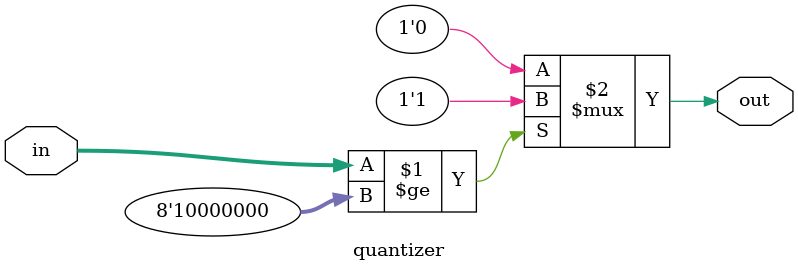
<source format=v>
module quantizer(in,out);
	parameter	WIDTH = 8,
				THRESHOLD = 8'b10000000;
				
	input   [WIDTH-1:0] in;
	output  out;
	
	assign out = (in >= THRESHOLD)? 1'b1 : 1'b0;
	
endmodule 
</source>
